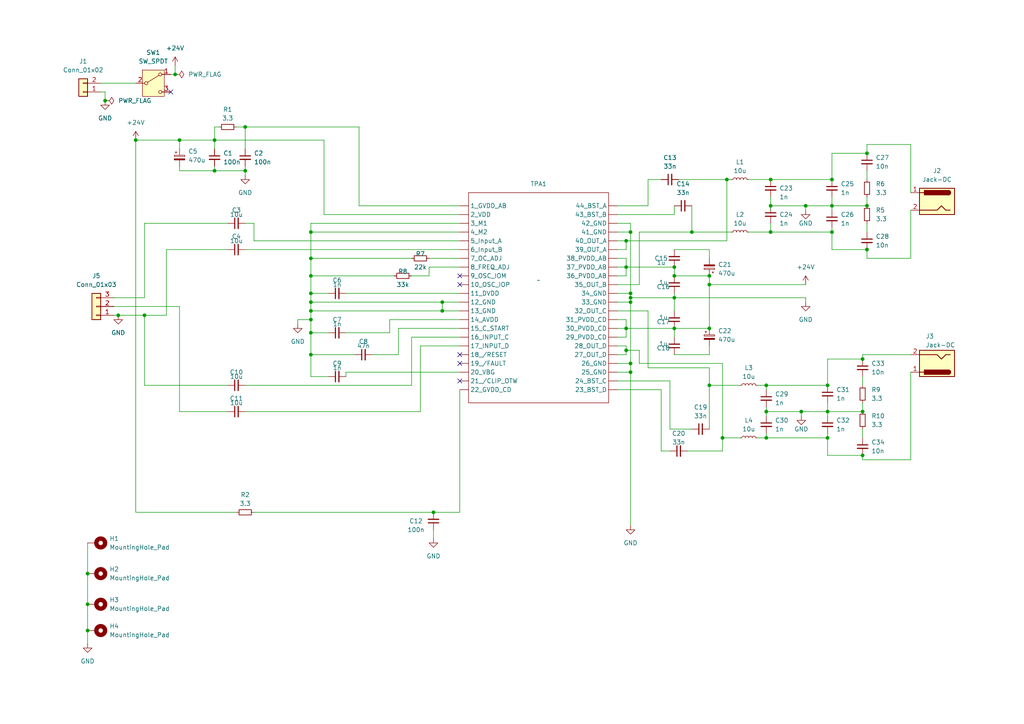
<source format=kicad_sch>
(kicad_sch (version 20250114) (generator "eeschema") (generator_version "9.0")
  (paper "A4")
  (title_block (title "Partie amplificateur") (company "ENSEA") (comment 1 "CAILLAUD Paul"))
  (lib_symbols
    (symbol "+24V_1" (power) (pin_numbers (hide yes)) (pin_names (offset 0) (hide yes))
      (property "Value" "+24V" (at 0 3.556 0))
      (symbol "+24V_1_0_1"
        (polyline (pts (xy -0.762 1.27) (xy 0 2.54)))
        (polyline (pts (xy 0 2.54) (xy 0.762 1.27)))
        (polyline (pts (xy 0 0) (xy 0 2.54)))
      )
      (symbol "+24V_1_1_1"
        (pin power_in line (at 0 0 90) (length 0) (name "~") (number "1"))
      )
    )
    (symbol "Connector:Jack-DC" (pin_names (offset 1.016))
      (property "Reference" "J" (at 0 5.334 0))
      (property "Value" "Jack-DC" (at 0 -5.08 0))
      (symbol "Jack-DC_0_1"
        (rectangle (start -5.08 3.81) (end 5.08 -3.81) (stroke (width 0.254)) (fill (type background)))
        (polyline (pts (xy -3.81 -2.54) (xy -2.54 -2.54) (xy -1.27 -1.27) (xy 0 -2.54) (xy 2.54 -2.54) (xy 5.08 -2.54)) (stroke (width 0.254)))
        (arc (start -3.302 1.905) (mid -3.9343 2.54) (end -3.302 3.175) (stroke (width 0.254)))
        (arc (start -3.302 1.905) (mid -3.9343 2.54) (end -3.302 3.175) (stroke (width 0.254)) (fill (type outline)))
        (rectangle (start 3.683 3.175) (end -3.302 1.905) (stroke (width 0.254)) (fill (type outline)))
        (polyline (pts (xy 5.08 2.54) (xy 3.81 2.54)) (stroke (width 0.254)))
      )
      (symbol "Jack-DC_1_1"
        (pin passive line (at 7.62 2.54 180) (length 2.54) (name "~") (number "1"))
        (pin passive line (at 7.62 -2.54 180) (length 2.54) (name "~") (number "2"))
      )
    )
    (symbol "Connector_Generic:Conn_01x02" (pin_names (offset 1.016) (hide yes))
      (property "Reference" "J" (at 0 2.54 0))
      (property "Value" "Conn_01x02" (at 0 -5.08 0))
      (symbol "Conn_01x02_1_1"
        (rectangle (start -1.27 1.27) (end 1.27 -3.81) (stroke (width 0.254)) (fill (type background)))
        (rectangle (start -1.27 0.127) (end 0 -0.127) (stroke (width 0.1524)))
        (rectangle (start -1.27 -2.413) (end 0 -2.667) (stroke (width 0.1524)))
        (pin passive line (at -5.08 0 0) (length 3.81) (name "Pin_1") (number "1"))
        (pin passive line (at -5.08 -2.54 0) (length 3.81) (name "Pin_2") (number "2"))
      )
    )
    (symbol "Connector_Generic:Conn_01x03" (pin_names (offset 1.016) (hide yes))
      (property "Reference" "J" (at 0 5.08 0))
      (property "Value" "Conn_01x03" (at 0 -5.08 0))
      (symbol "Conn_01x03_1_1"
        (rectangle (start -1.27 3.81) (end 1.27 -3.81) (stroke (width 0.254)) (fill (type background)))
        (rectangle (start -1.27 2.667) (end 0 2.413) (stroke (width 0.1524)))
        (rectangle (start -1.27 0.127) (end 0 -0.127) (stroke (width 0.1524)))
        (rectangle (start -1.27 -2.413) (end 0 -2.667) (stroke (width 0.1524)))
        (pin passive line (at -5.08 2.54 0) (length 3.81) (name "Pin_1") (number "1"))
        (pin passive line (at -5.08 0 0) (length 3.81) (name "Pin_2") (number "2"))
        (pin passive line (at -5.08 -2.54 0) (length 3.81) (name "Pin_3") (number "3"))
      )
    )
    (symbol "Device:C_Polarized_Small" (pin_numbers (hide yes)) (pin_names (offset 0.254) (hide yes))
      (property "Reference" "C" (at 0.254 1.778 0))
      (property "Value" "C_Polarized_Small" (at 0.254 -2.032 0))
      (symbol "C_Polarized_Small_0_1"
        (rectangle (start -1.524 0.6858) (end 1.524 0.3048))
        (rectangle (start -1.524 -0.3048) (end 1.524 -0.6858) (fill (type outline)))
        (polyline (pts (xy -1.27 1.524) (xy -0.762 1.524)))
        (polyline (pts (xy -1.016 1.27) (xy -1.016 1.778)))
      )
      (symbol "C_Polarized_Small_1_1"
        (pin passive line (at 0 2.54 270) (length 1.8542) (name "~") (number "1"))
        (pin passive line (at 0 -2.54 90) (length 1.8542) (name "~") (number "2"))
      )
    )
    (symbol "Device:C_Small" (pin_numbers (hide yes)) (pin_names (offset 0.254) (hide yes))
      (property "Reference" "C" (at 0.254 1.778 0))
      (property "Value" "C_Small" (at 0.254 -2.032 0))
      (symbol "C_Small_0_1"
        (polyline (pts (xy -1.524 0.508) (xy 1.524 0.508)) (stroke (width 0.3048)))
        (polyline (pts (xy -1.524 -0.508) (xy 1.524 -0.508)) (stroke (width 0.3302)))
      )
      (symbol "C_Small_1_1"
        (pin passive line (at 0 2.54 270) (length 2.032) (name "~") (number "1"))
        (pin passive line (at 0 -2.54 90) (length 2.032) (name "~") (number "2"))
      )
    )
    (symbol "Device:L_Small" (pin_numbers (hide yes)) (pin_names (offset 0.254) (hide yes))
      (property "Reference" "L" (at 0.762 1.016 0))
      (property "Value" "L_Small" (at 0.762 -1.016 0))
      (symbol "L_Small_0_1"
        (arc (start 0 2.032) (mid 0.5058 1.524) (end 0 1.016))
        (arc (start 0 1.016) (mid 0.5058 0.508) (end 0 0))
        (arc (start 0 0) (mid 0.5058 -0.508) (end 0 -1.016))
        (arc (start 0 -1.016) (mid 0.5058 -1.524) (end 0 -2.032))
      )
      (symbol "L_Small_1_1"
        (pin passive line (at 0 2.54 270) (length 0.508) (name "~") (number "1"))
        (pin passive line (at 0 -2.54 90) (length 0.508) (name "~") (number "2"))
      )
    )
    (symbol "Device:R_Small" (pin_numbers (hide yes)) (pin_names (offset 0.254) (hide yes))
      (property "Reference" "R" (at 0.762 0.508 0))
      (property "Value" "R_Small" (at 0.762 -1.016 0))
      (symbol "R_Small_0_1"
        (rectangle (start -0.762 1.778) (end 0.762 -1.778) (stroke (width 0.2032)))
      )
      (symbol "R_Small_1_1"
        (pin passive line (at 0 2.54 270) (length 0.762) (name "~") (number "1"))
        (pin passive line (at 0 -2.54 90) (length 0.762) (name "~") (number "2"))
      )
    )
    (symbol "GND_1" (power) (pin_numbers (hide yes)) (pin_names (offset 0) (hide yes))
      (property "Value" "GND" (at 0 -3.81 0))
      (symbol "GND_1_0_1"
        (polyline (pts (xy 0 0) (xy 0 -1.27) (xy 1.27 -1.27) (xy 0 -2.54) (xy -1.27 -1.27) (xy 0 -1.27)))
      )
      (symbol "GND_1_1_1"
        (pin power_in line (at 0 0 270) (length 0) (name "~") (number "1"))
      )
    )
    (symbol "Maker:TPA3255"
      (property "Reference" "TPA3255" (at 0 0 0))
      (symbol "TPA3255_0_1"
        (rectangle (start -20.32 25.4) (end 20.32 -35.56))
      )
      (symbol "TPA3255_1_1"
        (pin passive line (at -22.86 21.59 0) (length 2.54) (name "1_GVDD_AB") (number ""))
        (pin passive line (at -22.86 19.05 0) (length 2.54) (name "2_VDD") (number ""))
        (pin passive line (at -22.86 16.51 0) (length 2.54) (name "3_M1") (number ""))
        (pin passive line (at -22.86 13.97 0) (length 2.54) (name "4_M2") (number ""))
        (pin passive line (at -22.86 11.43 0) (length 2.54) (name "5_Input_A") (number ""))
        (pin passive line (at -22.86 8.89 0) (length 2.54) (name "6_Input_B") (number ""))
        (pin passive line (at -22.86 6.35 0) (length 2.54) (name "7_OC_ADJ") (number ""))
        (pin passive line (at -22.86 3.81 0) (length 2.54) (name "8_FREQ_ADJ") (number ""))
        (pin passive line (at -22.86 1.27 0) (length 2.54) (name "9_OSC_IOM") (number ""))
        (pin passive line (at -22.86 -1.27 0) (length 2.54) (name "10_OSC_IOP") (number ""))
        (pin passive line (at -22.86 -3.81 0) (length 2.54) (name "11_DVDD") (number ""))
        (pin passive line (at -22.86 -6.35 0) (length 2.54) (name "12_GND") (number ""))
        (pin passive line (at -22.86 -8.89 0) (length 2.54) (name "13_GND") (number ""))
        (pin passive line (at -22.86 -11.43 0) (length 2.54) (name "14_AVDD") (number ""))
        (pin passive line (at -22.86 -13.97 0) (length 2.54) (name "15_C_START") (number ""))
        (pin passive line (at -22.86 -16.51 0) (length 2.54) (name "16_INPUT_C") (number ""))
        (pin passive line (at -22.86 -19.05 0) (length 2.54) (name "17_INPUT_D") (number ""))
        (pin passive line (at -22.86 -21.59 0) (length 2.54) (name "18_/RESET") (number ""))
        (pin passive line (at -22.86 -24.13 0) (length 2.54) (name "19_/FAULT") (number ""))
        (pin passive line (at -22.86 -26.67 0) (length 2.54) (name "20_VBG") (number ""))
        (pin passive line (at -22.86 -29.21 0) (length 2.54) (name "21_/CLIP_OTW") (number ""))
        (pin passive line (at -22.86 -31.75 0) (length 2.54) (name "22_GVDD_CD") (number ""))
        (pin passive line (at 22.86 21.59 180) (length 2.54) (name "44_BST_A") (number ""))
        (pin passive line (at 22.86 19.05 180) (length 2.54) (name "43_BST_B") (number ""))
        (pin passive line (at 22.86 16.51 180) (length 2.54) (name "42_GND") (number ""))
        (pin passive line (at 22.86 13.97 180) (length 2.54) (name "41_GND") (number ""))
        (pin passive line (at 22.86 11.43 180) (length 2.54) (name "40_OUT_A") (number ""))
        (pin passive line (at 22.86 8.89 180) (length 2.54) (name "39_OUT_A") (number ""))
        (pin passive line (at 22.86 6.35 180) (length 2.54) (name "38_PVDD_AB") (number ""))
        (pin passive line (at 22.86 3.81 180) (length 2.54) (name "37_PVDD_AB") (number ""))
        (pin passive line (at 22.86 1.27 180) (length 2.54) (name "36_PVDD_AB") (number ""))
        (pin passive line (at 22.86 -1.27 180) (length 2.54) (name "35_OUT_B") (number ""))
        (pin passive line (at 22.86 -3.81 180) (length 2.54) (name "34_GND") (number ""))
        (pin passive line (at 22.86 -6.35 180) (length 2.54) (name "33_GND") (number ""))
        (pin passive line (at 22.86 -8.89 180) (length 2.54) (name "32_OUT_C") (number ""))
        (pin passive line (at 22.86 -11.43 180) (length 2.54) (name "31_PVDD_CD") (number ""))
        (pin passive line (at 22.86 -13.97 180) (length 2.54) (name "30_PVDD_CD") (number ""))
        (pin passive line (at 22.86 -16.51 180) (length 2.54) (name "29_PVDD_CD") (number ""))
        (pin passive line (at 22.86 -19.05 180) (length 2.54) (name "28_OUT_D") (number ""))
        (pin passive line (at 22.86 -21.59 180) (length 2.54) (name "27_OUT_D") (number ""))
        (pin passive line (at 22.86 -24.13 180) (length 2.54) (name "26_GND") (number ""))
        (pin passive line (at 22.86 -26.67 180) (length 2.54) (name "25_GND") (number ""))
        (pin passive line (at 22.86 -29.21 180) (length 2.54) (name "24_BST_C") (number ""))
        (pin passive line (at 22.86 -31.75 180) (length 2.54) (name "23_BST_D") (number ""))
      )
    )
    (symbol "Mechanical:MountingHole_Pad" (pin_numbers (hide yes)) (pin_names (offset 1.016) (hide yes))
      (property "Reference" "H" (at 0 6.35 0))
      (property "Value" "MountingHole_Pad" (at 0 4.445 0))
      (symbol "MountingHole_Pad_0_1"
        (circle (center 0 1.27) (radius 1.27) (stroke (width 1.27)))
      )
      (symbol "MountingHole_Pad_1_1"
        (pin input line (at 0 -2.54 90) (length 2.54) (name "1") (number "1"))
      )
    )
    (symbol "Switch:SW_SPDT" (pin_names (offset 0) (hide yes))
      (property "Reference" "SW" (at 0 5.08 0))
      (property "Value" "SW_SPDT" (at 0 -5.08 0))
      (symbol "SW_SPDT_0_1"
        (circle (center -2.032 0) (radius 0.4572))
        (polyline (pts (xy -1.651 0.254) (xy 1.651 2.286)))
        (circle (center 2.032 2.54) (radius 0.4572))
        (circle (center 2.032 -2.54) (radius 0.4572))
      )
      (symbol "SW_SPDT_1_1"
        (rectangle (start -3.175 3.81) (end 3.175 -3.81) (fill (type background)))
        (pin passive line (at -5.08 0 0) (length 2.54) (name "B") (number "2"))
        (pin passive line (at 5.08 2.54 180) (length 2.54) (name "A") (number "1"))
        (pin passive line (at 5.08 -2.54 180) (length 2.54) (name "C") (number "3"))
      )
    )
    (symbol "power:+24V" (power) (pin_names (offset 0))
      (property "Value" "+24V" (at 0 3.556 0))
      (symbol "+24V_0_1"
        (polyline (pts (xy -0.762 1.27) (xy 0 2.54)))
        (polyline (pts (xy 0 2.54) (xy 0.762 1.27)))
        (polyline (pts (xy 0 0) (xy 0 2.54)))
      )
      (symbol "+24V_1_1"
        (pin power_in line (at 0 0 90) (length 0) (hide yes) (name "+24V") (number "1"))
      )
    )
    (symbol "power:GND" (power) (pin_names (offset 0))
      (property "Value" "GND" (at 0 -3.81 0))
      (symbol "GND_0_1"
        (polyline (pts (xy 0 0) (xy 0 -1.27) (xy 1.27 -1.27) (xy 0 -2.54) (xy -1.27 -1.27) (xy 0 -1.27)))
      )
      (symbol "GND_1_1"
        (pin power_in line (at 0 0 270) (length 0) (hide yes) (name "GND") (number "1"))
      )
    )
    (symbol "power:PWR_FLAG" (power) (pin_numbers (hide yes)) (pin_names (offset 0) (hide yes))
      (property "Value" "PWR_FLAG" (at 0 3.81 0))
      (symbol "PWR_FLAG_0_0"
        (pin power_out line (at 0 0 90) (length 0) (name "pwr") (number "1"))
      )
      (symbol "PWR_FLAG_0_1"
        (polyline (pts (xy 0 0) (xy 0 1.27) (xy -1.016 1.905) (xy 0 2.54) (xy 1.016 1.905) (xy 0 1.27)))
      )
    )
  )
  (junction (at 90.17 85.09))
  (junction (at 182.88 105.41))
  (junction (at 233.68 59.69))
  (junction (at 71.12 36.83))
  (junction (at 251.46 59.69))
  (junction (at 182.88 85.09))
  (junction (at 250.19 119.38))
  (junction (at 181.61 101.6))
  (junction (at 41.91 91.44))
  (junction (at 205.74 82.55))
  (junction (at 39.37 40.64))
  (junction (at 62.23 49.53))
  (junction (at 125.73 148.59))
  (junction (at 205.74 111.76))
  (junction (at 182.88 86.36))
  (junction (at 251.46 44.45))
  (junction (at 90.17 102.87))
  (junction (at 232.41 119.38))
  (junction (at 25.4 182.88))
  (junction (at 241.3 59.69))
  (junction (at 25.4 175.26))
  (junction (at 195.58 77.47))
  (junction (at 50.8 21.59))
  (junction (at 182.88 67.31))
  (junction (at 128.27 87.63))
  (junction (at 195.58 80.01))
  (junction (at 240.03 127))
  (junction (at 128.27 90.17))
  (junction (at 205.74 95.25))
  (junction (at 181.61 77.47))
  (junction (at 182.88 87.63))
  (junction (at 210.82 52.07))
  (junction (at 223.52 67.31))
  (junction (at 181.61 69.85))
  (junction (at 90.17 80.01))
  (junction (at 250.19 104.14))
  (junction (at 250.19 132.08))
  (junction (at 90.17 90.17))
  (junction (at 222.25 127))
  (junction (at 30.48 29.21))
  (junction (at 90.17 92.71))
  (junction (at 240.03 119.38))
  (junction (at 223.52 52.07))
  (junction (at 90.17 96.52))
  (junction (at 222.25 111.76))
  (junction (at 25.4 166.37))
  (junction (at 182.88 107.95))
  (junction (at 34.29 91.44))
  (junction (at 195.58 95.25))
  (junction (at 209.55 127))
  (junction (at 241.3 67.31))
  (junction (at 222.25 119.38))
  (junction (at 181.61 95.25))
  (junction (at 195.58 86.36))
  (junction (at 205.74 80.01))
  (junction (at 241.3 52.07))
  (junction (at 90.17 74.93))
  (junction (at 90.17 67.31))
  (junction (at 62.23 40.64))
  (junction (at 52.07 40.64))
  (junction (at 200.66 67.31))
  (junction (at 90.17 87.63))
  (junction (at 71.12 49.53))
  (junction (at 240.03 111.76))
  (junction (at 223.52 59.69))
  (junction (at 251.46 72.39))
  (no_connect (at 133.35 80.01))
  (no_connect (at 133.35 82.55))
  (no_connect (at 133.35 105.41))
  (no_connect (at 49.53 26.67))
  (no_connect (at 133.35 102.87))
  (no_connect (at 133.35 110.49))
  (wire (pts (xy 179.07 105.41) (xy 182.88 105.41)))
  (wire (pts (xy 251.46 72.39) (xy 241.3 72.39)))
  (wire (pts (xy 209.55 127) (xy 214.63 127)))
  (wire (pts (xy 93.98 40.64) (xy 62.23 40.64)))
  (wire (pts (xy 34.29 91.44) (xy 41.91 91.44)))
  (wire (pts (xy 194.31 124.46) (xy 200.66 124.46)))
  (wire (pts (xy 181.61 101.6) (xy 181.61 102.87)))
  (wire (pts (xy 251.46 49.53) (xy 251.46 52.07)))
  (wire (pts (xy 62.23 49.53) (xy 71.12 49.53)))
  (wire (pts (xy 179.07 110.49) (xy 194.31 110.49)))
  (wire (pts (xy 73.66 64.77) (xy 71.12 64.77)))
  (wire (pts (xy 185.42 82.55) (xy 185.42 67.31)))
  (wire (pts (xy 233.68 59.69) (xy 241.3 59.69)))
  (wire (pts (xy 179.07 113.03) (xy 191.77 113.03)))
  (wire (pts (xy 264.16 41.91) (xy 251.46 41.91)))
  (wire (pts (xy 179.07 80.01) (xy 181.61 80.01)))
  (wire (pts (xy 240.03 119.38) (xy 240.03 120.65)))
  (wire (pts (xy 223.52 57.15) (xy 223.52 59.69)))
  (wire (pts (xy 195.58 80.01) (xy 205.74 80.01)))
  (wire (pts (xy 90.17 90.17) (xy 90.17 92.71)))
  (wire (pts (xy 223.52 64.77) (xy 223.52 67.31)))
  (wire (pts (xy 179.07 69.85) (xy 181.61 69.85)))
  (wire (pts (xy 195.58 86.36) (xy 233.68 86.36)))
  (wire (pts (xy 241.3 57.15) (xy 241.3 59.69)))
  (wire (pts (xy 241.3 66.04) (xy 241.3 67.31)))
  (wire (pts (xy 179.07 92.71) (xy 181.61 92.71)))
  (wire (pts (xy 217.17 67.31) (xy 223.52 67.31)))
  (wire (pts (xy 71.12 48.26) (xy 71.12 49.53)))
  (wire (pts (xy 90.17 67.31) (xy 90.17 74.93)))
  (wire (pts (xy 205.74 106.68) (xy 187.96 106.68)))
  (wire (pts (xy 240.03 104.14) (xy 240.03 111.76)))
  (wire (pts (xy 222.25 118.11) (xy 222.25 119.38)))
  (wire (pts (xy 62.23 36.83) (xy 63.5 36.83)))
  (wire (pts (xy 179.07 72.39) (xy 181.61 72.39)))
  (wire (pts (xy 95.25 85.09) (xy 90.17 85.09)))
  (wire (pts (xy 30.48 26.67) (xy 30.48 29.21)))
  (wire (pts (xy 181.61 95.25) (xy 181.61 97.79)))
  (wire (pts (xy 133.35 62.23) (xy 93.98 62.23)))
  (wire (pts (xy 187.96 59.69) (xy 187.96 52.07)))
  (wire (pts (xy 48.26 91.44) (xy 41.91 91.44)))
  (wire (pts (xy 179.07 59.69) (xy 187.96 59.69)))
  (wire (pts (xy 185.42 105.41) (xy 185.42 101.6)))
  (wire (pts (xy 182.88 86.36) (xy 182.88 87.63)))
  (wire (pts (xy 195.58 102.87) (xy 205.74 102.87)))
  (wire (pts (xy 195.58 95.25) (xy 195.58 97.79)))
  (wire (pts (xy 205.74 72.39) (xy 195.58 72.39)))
  (wire (pts (xy 90.17 64.77) (xy 133.35 64.77)))
  (wire (pts (xy 128.27 90.17) (xy 133.35 90.17)))
  (wire (pts (xy 179.07 87.63) (xy 182.88 87.63)))
  (wire (pts (xy 29.21 26.67) (xy 30.48 26.67)))
  (wire (pts (xy 209.55 130.81) (xy 209.55 127)))
  (wire (pts (xy 181.61 97.79) (xy 179.07 97.79)))
  (wire (pts (xy 90.17 96.52) (xy 95.25 96.52)))
  (wire (pts (xy 29.21 24.13) (xy 39.37 24.13)))
  (wire (pts (xy 179.07 74.93) (xy 181.61 74.93)))
  (wire (pts (xy 251.46 57.15) (xy 251.46 59.69)))
  (wire (pts (xy 66.04 72.39) (xy 48.26 72.39)))
  (wire (pts (xy 128.27 87.63) (xy 133.35 87.63)))
  (wire (pts (xy 205.74 80.01) (xy 205.74 82.55)))
  (wire (pts (xy 241.3 67.31) (xy 223.52 67.31)))
  (wire (pts (xy 121.92 100.33) (xy 121.92 119.38)))
  (wire (pts (xy 124.46 80.01) (xy 119.38 80.01)))
  (wire (pts (xy 200.66 67.31) (xy 212.09 67.31)))
  (wire (pts (xy 125.73 153.67) (xy 125.73 156.21)))
  (wire (pts (xy 241.3 72.39) (xy 241.3 67.31)))
  (wire (pts (xy 181.61 77.47) (xy 179.07 77.47)))
  (wire (pts (xy 250.19 116.84) (xy 250.19 119.38)))
  (wire (pts (xy 250.19 102.87) (xy 250.19 104.14)))
  (wire (pts (xy 209.55 105.41) (xy 209.55 127)))
  (wire (pts (xy 185.42 67.31) (xy 200.66 67.31)))
  (wire (pts (xy 194.31 110.49) (xy 194.31 124.46)))
  (wire (pts (xy 200.66 59.69) (xy 200.66 67.31)))
  (wire (pts (xy 182.88 67.31) (xy 182.88 85.09)))
  (wire (pts (xy 133.35 97.79) (xy 119.38 97.79)))
  (wire (pts (xy 241.3 52.07) (xy 223.52 52.07)))
  (wire (pts (xy 90.17 87.63) (xy 90.17 90.17)))
  (wire (pts (xy 250.19 104.14) (xy 240.03 104.14)))
  (wire (pts (xy 71.12 36.83) (xy 68.58 36.83)))
  (wire (pts (xy 240.03 116.84) (xy 240.03 119.38)))
  (wire (pts (xy 182.88 105.41) (xy 182.88 107.95)))
  (wire (pts (xy 195.58 86.36) (xy 195.58 90.17)))
  (wire (pts (xy 179.07 67.31) (xy 182.88 67.31)))
  (wire (pts (xy 195.58 85.09) (xy 195.58 86.36)))
  (wire (pts (xy 113.03 96.52) (xy 113.03 92.71)))
  (wire (pts (xy 182.88 107.95) (xy 179.07 107.95)))
  (wire (pts (xy 181.61 95.25) (xy 195.58 95.25)))
  (wire (pts (xy 90.17 80.01) (xy 114.3 80.01)))
  (wire (pts (xy 233.68 59.69) (xy 223.52 59.69)))
  (wire (pts (xy 73.66 69.85) (xy 73.66 64.77)))
  (wire (pts (xy 52.07 40.64) (xy 62.23 40.64)))
  (wire (pts (xy 181.61 77.47) (xy 195.58 77.47)))
  (wire (pts (xy 93.98 62.23) (xy 93.98 40.64)))
  (wire (pts (xy 217.17 52.07) (xy 223.52 52.07)))
  (wire (pts (xy 133.35 59.69) (xy 104.14 59.69)))
  (wire (pts (xy 233.68 86.36) (xy 233.68 87.63)))
  (wire (pts (xy 86.36 92.71) (xy 90.17 92.71)))
  (wire (pts (xy 251.46 74.93) (xy 251.46 72.39)))
  (wire (pts (xy 223.52 60.96) (xy 223.52 59.69)))
  (wire (pts (xy 179.07 85.09) (xy 182.88 85.09)))
  (wire (pts (xy 240.03 125.73) (xy 240.03 127)))
  (wire (pts (xy 205.74 124.46) (xy 205.74 111.76)))
  (wire (pts (xy 133.35 72.39) (xy 71.12 72.39)))
  (wire (pts (xy 133.35 77.47) (xy 124.46 77.47)))
  (wire (pts (xy 219.71 111.76) (xy 222.25 111.76)))
  (wire (pts (xy 264.16 102.87) (xy 250.19 102.87)))
  (wire (pts (xy 187.96 52.07) (xy 191.77 52.07)))
  (wire (pts (xy 250.19 109.22) (xy 250.19 111.76)))
  (wire (pts (xy 182.88 85.09) (xy 182.88 86.36)))
  (wire (pts (xy 71.12 43.18) (xy 71.12 36.83)))
  (wire (pts (xy 264.16 60.96) (xy 264.16 74.93)))
  (wire (pts (xy 52.07 48.26) (xy 52.07 49.53)))
  (wire (pts (xy 205.74 82.55) (xy 233.68 82.55)))
  (wire (pts (xy 133.35 85.09) (xy 100.33 85.09)))
  (wire (pts (xy 33.02 91.44) (xy 34.29 91.44)))
  (wire (pts (xy 90.17 102.87) (xy 102.87 102.87)))
  (wire (pts (xy 90.17 64.77) (xy 90.17 67.31)))
  (wire (pts (xy 240.03 111.76) (xy 222.25 111.76)))
  (wire (pts (xy 52.07 88.9) (xy 52.07 119.38)))
  (wire (pts (xy 182.88 87.63) (xy 182.88 105.41)))
  (wire (pts (xy 181.61 74.93) (xy 181.61 77.47)))
  (wire (pts (xy 232.41 119.38) (xy 222.25 119.38)))
  (wire (pts (xy 100.33 96.52) (xy 113.03 96.52)))
  (wire (pts (xy 52.07 49.53) (xy 62.23 49.53)))
  (wire (pts (xy 191.77 113.03) (xy 191.77 130.81)))
  (wire (pts (xy 128.27 87.63) (xy 128.27 90.17)))
  (wire (pts (xy 66.04 111.76) (xy 41.91 111.76)))
  (wire (pts (xy 41.91 91.44) (xy 41.91 111.76)))
  (wire (pts (xy 62.23 40.64) (xy 62.23 36.83)))
  (wire (pts (xy 240.03 132.08) (xy 240.03 127)))
  (wire (pts (xy 181.61 92.71) (xy 181.61 95.25)))
  (wire (pts (xy 25.4 182.88) (xy 25.4 186.69)))
  (wire (pts (xy 241.3 44.45) (xy 241.3 52.07)))
  (wire (pts (xy 119.38 74.93) (xy 90.17 74.93)))
  (wire (pts (xy 119.38 97.79) (xy 119.38 111.76)))
  (wire (pts (xy 179.07 62.23) (xy 195.58 62.23)))
  (wire (pts (xy 68.58 148.59) (xy 39.37 148.59)))
  (wire (pts (xy 179.07 100.33) (xy 181.61 100.33)))
  (wire (pts (xy 124.46 77.47) (xy 124.46 80.01)))
  (wire (pts (xy 181.61 72.39) (xy 181.61 69.85)))
  (wire (pts (xy 95.25 109.22) (xy 90.17 109.22)))
  (wire (pts (xy 90.17 74.93) (xy 90.17 80.01)))
  (wire (pts (xy 66.04 119.38) (xy 52.07 119.38)))
  (wire (pts (xy 187.96 90.17) (xy 179.07 90.17)))
  (wire (pts (xy 191.77 130.81) (xy 194.31 130.81)))
  (wire (pts (xy 219.71 127) (xy 222.25 127)))
  (wire (pts (xy 25.4 157.48) (xy 25.4 166.37)))
  (wire (pts (xy 104.14 59.69) (xy 104.14 36.83)))
  (wire (pts (xy 100.33 107.95) (xy 100.33 109.22)))
  (wire (pts (xy 133.35 69.85) (xy 73.66 69.85)))
  (wire (pts (xy 39.37 148.59) (xy 39.37 40.64)))
  (wire (pts (xy 195.58 62.23) (xy 195.58 59.69)))
  (wire (pts (xy 181.61 80.01) (xy 181.61 77.47)))
  (wire (pts (xy 199.39 130.81) (xy 209.55 130.81)))
  (wire (pts (xy 251.46 44.45) (xy 241.3 44.45)))
  (wire (pts (xy 182.88 64.77) (xy 182.88 67.31)))
  (wire (pts (xy 182.88 86.36) (xy 195.58 86.36)))
  (wire (pts (xy 62.23 43.18) (xy 62.23 40.64)))
  (wire (pts (xy 125.73 148.59) (xy 73.66 148.59)))
  (wire (pts (xy 39.37 40.64) (xy 52.07 40.64)))
  (wire (pts (xy 210.82 69.85) (xy 210.82 52.07)))
  (wire (pts (xy 90.17 87.63) (xy 128.27 87.63)))
  (wire (pts (xy 241.3 59.69) (xy 241.3 60.96)))
  (wire (pts (xy 233.68 60.96) (xy 233.68 59.69)))
  (wire (pts (xy 133.35 113.03) (xy 133.35 148.59)))
  (wire (pts (xy 222.25 119.38) (xy 222.25 120.65)))
  (wire (pts (xy 48.26 72.39) (xy 48.26 91.44)))
  (wire (pts (xy 222.25 111.76) (xy 222.25 113.03)))
  (wire (pts (xy 90.17 90.17) (xy 128.27 90.17)))
  (wire (pts (xy 264.16 107.95) (xy 264.16 133.35)))
  (wire (pts (xy 209.55 105.41) (xy 185.42 105.41)))
  (wire (pts (xy 121.92 119.38) (xy 71.12 119.38)))
  (wire (pts (xy 133.35 107.95) (xy 100.33 107.95)))
  (wire (pts (xy 264.16 133.35) (xy 250.19 133.35)))
  (wire (pts (xy 25.4 175.26) (xy 25.4 182.88)))
  (wire (pts (xy 182.88 152.4) (xy 182.88 107.95)))
  (wire (pts (xy 181.61 69.85) (xy 210.82 69.85)))
  (wire (pts (xy 232.41 120.65) (xy 232.41 119.38)))
  (wire (pts (xy 119.38 111.76) (xy 71.12 111.76)))
  (wire (pts (xy 33.02 88.9) (xy 52.07 88.9)))
  (wire (pts (xy 41.91 64.77) (xy 41.91 86.36)))
  (wire (pts (xy 264.16 55.88) (xy 264.16 41.91)))
  (wire (pts (xy 115.57 95.25) (xy 115.57 102.87)))
  (wire (pts (xy 222.25 125.73) (xy 222.25 127)))
  (wire (pts (xy 90.17 80.01) (xy 90.17 85.09)))
  (wire (pts (xy 264.16 74.93) (xy 251.46 74.93)))
  (wire (pts (xy 133.35 100.33) (xy 121.92 100.33)))
  (wire (pts (xy 240.03 119.38) (xy 250.19 119.38)))
  (wire (pts (xy 133.35 95.25) (xy 115.57 95.25)))
  (wire (pts (xy 50.8 21.59) (xy 50.8 19.05)))
  (wire (pts (xy 90.17 85.09) (xy 90.17 87.63)))
  (wire (pts (xy 90.17 102.87) (xy 90.17 96.52)))
  (wire (pts (xy 210.82 52.07) (xy 196.85 52.07)))
  (wire (pts (xy 250.19 133.35) (xy 250.19 132.08)))
  (wire (pts (xy 90.17 92.71) (xy 90.17 96.52)))
  (wire (pts (xy 181.61 102.87) (xy 179.07 102.87)))
  (wire (pts (xy 90.17 109.22) (xy 90.17 102.87)))
  (wire (pts (xy 205.74 102.87) (xy 205.74 100.33)))
  (wire (pts (xy 232.41 119.38) (xy 240.03 119.38)))
  (wire (pts (xy 250.19 124.46) (xy 250.19 127)))
  (wire (pts (xy 205.74 82.55) (xy 205.74 95.25)))
  (wire (pts (xy 52.07 43.18) (xy 52.07 40.64)))
  (wire (pts (xy 179.07 82.55) (xy 185.42 82.55)))
  (wire (pts (xy 185.42 101.6) (xy 181.61 101.6)))
  (wire (pts (xy 205.74 111.76) (xy 205.74 106.68)))
  (wire (pts (xy 240.03 127) (xy 222.25 127)))
  (wire (pts (xy 250.19 132.08) (xy 240.03 132.08)))
  (wire (pts (xy 195.58 77.47) (xy 195.58 80.01)))
  (wire (pts (xy 71.12 49.53) (xy 71.12 50.8)))
  (wire (pts (xy 212.09 52.07) (xy 210.82 52.07)))
  (wire (pts (xy 179.07 64.77) (xy 182.88 64.77)))
  (wire (pts (xy 25.4 166.37) (xy 25.4 175.26)))
  (wire (pts (xy 205.74 111.76) (xy 214.63 111.76)))
  (wire (pts (xy 104.14 36.83) (xy 71.12 36.83)))
  (wire (pts (xy 90.17 67.31) (xy 133.35 67.31)))
  (wire (pts (xy 41.91 86.36) (xy 33.02 86.36)))
  (wire (pts (xy 62.23 48.26) (xy 62.23 49.53)))
  (wire (pts (xy 195.58 95.25) (xy 205.74 95.25)))
  (wire (pts (xy 49.53 21.59) (xy 50.8 21.59)))
  (wire (pts (xy 86.36 93.98) (xy 86.36 92.71)))
  (wire (pts (xy 181.61 100.33) (xy 181.61 101.6)))
  (wire (pts (xy 179.07 95.25) (xy 181.61 95.25)))
  (wire (pts (xy 251.46 64.77) (xy 251.46 67.31)))
  (wire (pts (xy 187.96 106.68) (xy 187.96 90.17)))
  (wire (pts (xy 124.46 74.93) (xy 133.35 74.93)))
  (wire (pts (xy 115.57 102.87) (xy 107.95 102.87)))
  (wire (pts (xy 205.74 74.93) (xy 205.74 72.39)))
  (wire (pts (xy 66.04 64.77) (xy 41.91 64.77)))
  (wire (pts (xy 133.35 148.59) (xy 125.73 148.59)))
  (wire (pts (xy 251.46 41.91) (xy 251.46 44.45)))
  (wire (pts (xy 241.3 59.69) (xy 251.46 59.69)))
  (wire (pts (xy 133.35 92.71) (xy 113.03 92.71)))
  (symbol (lib_id "power:GND") (at 125.73 156.21 0) (unit 1)
    (property "Reference" "#PWR04" (effects (hide yes)))
    (property "Value" "GND" (at 125.73 161.29 0))
  )
  (symbol (lib_id "Device:C_Small") (at 223.52 54.61 0) (unit 1)
    (property "Reference" "C23" (at 226.06 54.6163 0) (effects (justify left)))
    (property "Value" "1n" (at 226.06 57.1563 0) (effects (justify left)))
    (property "Footprint" "Capacitor_SMD:C_0603_1608Metric" (effects (hide yes)))
  )
  (symbol (lib_id "Device:C_Small") (at 71.12 45.72 0) (unit 1)
    (property "Reference" "C2" (at 73.66 44.4563 0) (effects (justify left)))
    (property "Value" "100n" (at 73.66 46.9963 0) (effects (justify left)))
    (property "Footprint" "Capacitor_SMD:C_0603_1608Metric" (effects (hide yes)))
  )
  (symbol (lib_id "Device:C_Small") (at 250.19 129.54 0) (unit 1)
    (property "Reference" "C34" (at 252.73 128.2763 0) (effects (justify left)))
    (property "Value" "10n" (at 252.73 130.8163 0) (effects (justify left)))
    (property "Footprint" "Capacitor_SMD:C_0603_1608Metric" (effects (hide yes)))
  )
  (symbol (lib_id "power:GND") (at 86.36 93.98 0) (unit 1)
    (property "Reference" "#PWR03" (effects (hide yes)))
    (property "Value" "GND" (at 86.36 99.06 0))
  )
  (symbol (lib_id "Device:L_Small") (at 214.63 52.07 90) (unit 1)
    (property "Reference" "L1" (at 214.63 46.99 90))
    (property "Value" "10u" (at 214.63 49.53 90))
    (property "Footprint" "Inductor_SMD:L_1206_3216Metric" (effects (hide yes)))
  )
  (symbol (lib_id "Connector_Generic:Conn_01x02") (at 24.13 26.67 180) (unit 1)
    (property "Reference" "J1" (at 24.13 17.78 0))
    (property "Value" "Conn_01x02" (at 24.13 20.32 0))
    (property "Footprint" "Connector_AMASS:AMASS_XT60-M_1x02_P7.20mm_Vertical" (effects (hide yes)))
  )
  (symbol (lib_id "Device:C_Small") (at 195.58 100.33 180) (unit 1)
    (property "Reference" "C18" (at 192.405 100.965 0))
    (property "Value" "1u" (at 192.405 99.695 0))
    (property "Footprint" "Capacitor_SMD:C_0603_1608Metric" (effects (hide yes)))
  )
  (symbol (lib_id "power:GND") (at 232.41 120.65 0) (unit 1)
    (property "Reference" "#PWR08" (effects (hide yes)))
    (property "Value" "GND" (at 232.41 124.46 0))
  )
  (symbol (lib_name "+24V_1") (lib_id "power:+24V") (at 233.68 82.55 0) (unit 1)
    (property "Reference" "#PWR011" (effects (hide yes)))
    (property "Value" "+24V" (at 233.68 77.47 0))
    (property "Description" "Power symbol creates a global label with name \"+24V\"" (effects (hide yes)))
  )
  (symbol (lib_id "Device:C_Small") (at 241.3 54.61 0) (unit 1)
    (property "Reference" "C25" (at 243.84 53.3463 0) (effects (justify left)))
    (property "Value" "1n" (at 243.84 55.8863 0) (effects (justify left)))
    (property "Footprint" "Capacitor_SMD:C_0603_1608Metric" (effects (hide yes)))
  )
  (symbol (lib_id "Device:C_Small") (at 203.2 124.46 90) (unit 1)
    (property "Reference" "C19" (at 203.2063 118.11 90))
    (property "Value" "33n" (at 203.2063 120.65 90))
    (property "Footprint" "Capacitor_SMD:C_0603_1608Metric" (effects (hide yes)))
  )
  (symbol (lib_id "Device:C_Small") (at 195.58 74.93 180) (unit 1)
    (property "Reference" "C15" (at 191.77 74.93 0))
    (property "Value" "1u" (at 191.77 76.2 0))
    (property "Footprint" "Capacitor_SMD:C_0603_1608Metric" (effects (hide yes)))
  )
  (symbol (lib_id "Device:C_Small") (at 196.85 130.81 90) (unit 1)
    (property "Reference" "C20" (at 196.85 125.73 90))
    (property "Value" "33n" (at 196.85 128.27 90))
    (property "Footprint" "Capacitor_SMD:C_0603_1608Metric" (effects (hide yes)))
  )
  (symbol (lib_id "power:GND") (at 182.88 152.4 0) (unit 1)
    (property "Reference" "#PWR05" (effects (hide yes)))
    (property "Value" "GND" (at 182.88 157.48 0))
  )
  (symbol (lib_id "Device:C_Small") (at 68.58 111.76 90) (unit 1)
    (property "Reference" "C10" (at 68.58 107.95 90))
    (property "Value" "10u" (at 68.58 109.22 90))
    (property "Footprint" "Capacitor_SMD:C_0603_1608Metric" (effects (hide yes)))
  )
  (symbol (lib_id "Device:R_Small") (at 71.12 148.59 90) (unit 1)
    (property "Reference" "R2" (at 71.12 143.51 90))
    (property "Value" "3.3" (at 71.12 146.05 90))
    (property "Footprint" "Resistor_SMD:R_0603_1608Metric" (effects (hide yes)))
  )
  (symbol (lib_id "power:PWR_FLAG") (at 50.8 21.59 270) (unit 1)
    (property "Reference" "#FLG02" (effects (hide yes)))
    (property "Value" "PWR_FLAG" (at 54.61 21.59 90) (effects (justify left)))
  )
  (symbol (lib_id "Mechanical:MountingHole_Pad") (at 27.94 166.37 270) (unit 1)
    (property "Reference" "H2" (at 31.75 165.1 90) (effects (justify left)))
    (property "Value" "MountingHole_Pad" (at 31.75 167.64 90) (effects (justify left)))
    (property "Footprint" "MountingHole:MountingHole_3.2mm_M3_Pad_Via" (effects (hide yes)))
  )
  (symbol (lib_id "power:+24V") (at 39.37 40.64 0) (unit 1)
    (property "Reference" "#PWR010" (effects (hide yes)))
    (property "Value" "+24V" (at 39.37 35.56 0))
  )
  (symbol (lib_id "Device:R_Small") (at 121.92 74.93 90) (unit 1)
    (property "Reference" "R7" (at 121.92 73.66 90))
    (property "Value" "22k" (at 121.92 77.47 90))
    (property "Footprint" "Resistor_SMD:R_0805_2012Metric" (effects (hide yes)))
  )
  (symbol (lib_id "Device:C_Small") (at 223.52 62.23 0) (unit 1)
    (property "Reference" "C24" (at 226.06 62.2363 0) (effects (justify left)))
    (property "Value" "1n" (at 226.06 64.7763 0) (effects (justify left)))
    (property "Footprint" "Capacitor_SMD:C_0603_1608Metric" (effects (hide yes)))
  )
  (symbol (lib_id "Connector:Jack-DC") (at 271.78 58.42 0) (mirror y) (unit 1)
    (property "Reference" "J2" (at 271.78 49.53 0))
    (property "Value" "Jack-DC" (at 271.78 52.07 0))
    (property "Footprint" "Library:CONN_NRJ4HF-1_NTK" (effects (hide yes)))
    (property "Description" "DC Barrel Jack" (effects (hide yes)))
  )
  (symbol (lib_id "Device:R_Small") (at 250.19 114.3 0) (unit 1)
    (property "Reference" "R9" (at 252.73 113.03 0) (effects (justify left)))
    (property "Value" "3.3" (at 252.73 115.57 0) (effects (justify left)))
    (property "Footprint" "Resistor_SMD:R_0603_1608Metric" (effects (hide yes)))
  )
  (symbol (lib_id "Device:C_Small") (at 195.58 92.71 180) (unit 1)
    (property "Reference" "C17" (at 192.405 93.345 0))
    (property "Value" "1u" (at 192.405 92.075 0))
    (property "Footprint" "Capacitor_SMD:C_0603_1608Metric" (effects (hide yes)))
  )
  (symbol (lib_id "Device:C_Small") (at 125.73 151.13 180) (unit 1)
    (property "Reference" "C12" (at 120.65 151.13 0))
    (property "Value" "100n" (at 120.65 153.67 0))
    (property "Footprint" "Capacitor_SMD:C_0603_1608Metric" (effects (hide yes)))
  )
  (symbol (lib_id "Device:C_Small") (at 195.58 82.55 180) (unit 1)
    (property "Reference" "C16" (at 192.405 83.185 0))
    (property "Value" "1u" (at 192.405 81.915 0))
    (property "Footprint" "Capacitor_SMD:C_0603_1608Metric" (effects (hide yes)))
  )
  (symbol (lib_id "Device:C_Small") (at 241.3 63.5 0) (unit 1)
    (property "Reference" "C26" (at 243.84 62.2363 0) (effects (justify left)))
    (property "Value" "1n" (at 243.84 64.7763 0) (effects (justify left)))
    (property "Footprint" "Capacitor_SMD:C_0603_1608Metric" (effects (hide yes)))
  )
  (symbol (lib_id "Device:C_Polarized_Small") (at 52.07 45.72 0) (unit 1)
    (property "Reference" "C5" (at 54.61 43.9039 0) (effects (justify left)))
    (property "Value" "470u" (at 54.61 46.4439 0) (effects (justify left)))
    (property "Footprint" "Capacitor_SMD:C_0805_2012Metric" (effects (hide yes)))
  )
  (symbol (lib_id "Device:C_Small") (at 222.25 123.19 0) (unit 1)
    (property "Reference" "C30" (at 224.79 121.9263 0) (effects (justify left)))
    (property "Value" "1n" (at 224.79 124.4663 0) (effects (justify left)))
    (property "Footprint" "Capacitor_SMD:C_0603_1608Metric" (effects (hide yes)))
  )
  (symbol (lib_id "Device:R_Small") (at 250.19 121.92 0) (unit 1)
    (property "Reference" "R10" (at 252.73 120.65 0) (effects (justify left)))
    (property "Value" "3.3" (at 252.73 123.19 0) (effects (justify left)))
    (property "Footprint" "Resistor_SMD:R_0603_1608Metric" (effects (hide yes)))
  )
  (symbol (lib_id "Device:C_Small") (at 240.03 123.19 0) (unit 1)
    (property "Reference" "C32" (at 242.57 121.9263 0) (effects (justify left)))
    (property "Value" "1n" (at 242.57 124.4663 0) (effects (justify left)))
    (property "Footprint" "Capacitor_SMD:C_0603_1608Metric" (effects (hide yes)))
  )
  (symbol (lib_id "Device:C_Small") (at 68.58 64.77 90) (unit 1)
    (property "Reference" "C3" (at 68.58 60.96 90))
    (property "Value" "10u" (at 68.58 62.23 90))
    (property "Footprint" "Capacitor_SMD:C_0603_1608Metric" (effects (hide yes)))
  )
  (symbol (lib_id "Device:R_Small") (at 251.46 62.23 0) (unit 1)
    (property "Reference" "R5" (at 254 60.96 0) (effects (justify left)))
    (property "Value" "3.3" (at 254 63.5 0) (effects (justify left)))
    (property "Footprint" "Resistor_SMD:R_0603_1608Metric" (effects (hide yes)))
  )
  (symbol (lib_id "Device:C_Small") (at 97.79 85.09 90) (unit 1)
    (property "Reference" "C6" (at 97.79 81.28 90))
    (property "Value" "1n" (at 97.79 82.55 90))
    (property "Footprint" "Capacitor_SMD:C_0603_1608Metric" (effects (hide yes)))
  )
  (symbol (lib_id "Device:C_Polarized_Small") (at 205.74 97.79 0) (unit 1)
    (property "Reference" "C22" (at 208.28 95.9739 0) (effects (justify left)))
    (property "Value" "470u" (at 208.28 98.5139 0) (effects (justify left)))
    (property "Footprint" "Capacitor_SMD:C_0805_2012Metric" (effects (hide yes)))
  )
  (symbol (lib_id "Device:C_Small") (at 97.79 109.22 90) (unit 1)
    (property "Reference" "C9" (at 97.79 105.41 90))
    (property "Value" "1n" (at 97.79 106.68 90))
    (property "Footprint" "Capacitor_SMD:C_0603_1608Metric" (effects (hide yes)))
  )
  (symbol (lib_id "power:GND") (at 233.68 87.63 0) (unit 1)
    (property "Reference" "#PWR06" (effects (hide yes)))
    (property "Value" "GND" (at 233.68 92.71 0))
  )
  (symbol (lib_id "Device:C_Small") (at 62.23 45.72 0) (unit 1)
    (property "Reference" "C1" (at 64.77 44.4563 0) (effects (justify left)))
    (property "Value" "100n" (at 64.77 46.9963 0) (effects (justify left)))
    (property "Footprint" "Capacitor_SMD:C_0603_1608Metric" (effects (hide yes)))
  )
  (symbol (lib_id "Maker:TPA3255") (at 156.21 81.28 0) (unit 1)
    (property "Reference" "TPA1" (at 156.21 53.34 0))
    (property "Value" "~" (at 156.21 81.28 0))
    (property "Footprint" "Library:DDV0044D_N" (effects (hide yes)))
  )
  (symbol (lib_id "Device:R_Small") (at 66.04 36.83 90) (unit 1)
    (property "Reference" "R1" (at 66.04 31.75 90))
    (property "Value" "3.3" (at 66.04 34.29 90))
    (property "Footprint" "Resistor_SMD:R_0603_1608Metric" (effects (hide yes)))
  )
  (symbol (lib_id "power:GND") (at 25.4 186.69 0) (unit 1)
    (property "Reference" "#PWR012" (effects (hide yes)))
    (property "Value" "GND" (at 25.4 191.77 0))
    (property "Description" "Power symbol creates a global label with name \"GND\" , ground" (effects (hide yes)))
  )
  (symbol (lib_id "power:PWR_FLAG") (at 30.48 29.21 270) (unit 1)
    (property "Reference" "#FLG01" (effects (hide yes)))
    (property "Value" "PWR_FLAG" (at 34.29 29.21 90) (effects (justify left)))
  )
  (symbol (lib_name "GND_1") (lib_id "power:GND") (at 34.29 91.44 0) (unit 1)
    (property "Reference" "#PWR013" (effects (hide yes)))
    (property "Value" "GND" (at 34.29 96.52 0))
    (property "Description" "Power symbol creates a global label with name \"GND\" , ground" (effects (hide yes)))
  )
  (symbol (lib_id "Device:C_Small") (at 250.19 106.68 0) (unit 1)
    (property "Reference" "C33" (at 252.73 105.4163 0) (effects (justify left)))
    (property "Value" "10n" (at 252.73 107.9563 0) (effects (justify left)))
    (property "Footprint" "Capacitor_SMD:C_0603_1608Metric" (effects (hide yes)))
  )
  (symbol (lib_id "Device:C_Small") (at 198.12 59.69 90) (unit 1)
    (property "Reference" "C14" (at 198.1263 53.34 90))
    (property "Value" "33n" (at 198.1263 55.88 90))
    (property "Footprint" "Capacitor_SMD:C_0603_1608Metric" (effects (hide yes)))
  )
  (symbol (lib_id "Mechanical:MountingHole_Pad") (at 27.94 157.48 270) (unit 1)
    (property "Reference" "H1" (at 31.75 156.21 90) (effects (justify left)))
    (property "Value" "MountingHole_Pad" (at 31.75 158.75 90) (effects (justify left)))
    (property "Footprint" "MountingHole:MountingHole_3.2mm_M3_Pad_Via" (effects (hide yes)))
  )
  (symbol (lib_id "power:GND") (at 71.12 50.8 0) (unit 1)
    (property "Reference" "#PWR01" (effects (hide yes)))
    (property "Value" "GND" (at 71.12 55.88 0))
  )
  (symbol (lib_id "Device:C_Small") (at 97.79 96.52 90) (unit 1)
    (property "Reference" "C7" (at 97.79 92.71 90))
    (property "Value" "1n" (at 97.79 93.98 90))
    (property "Footprint" "Capacitor_SMD:C_0603_1608Metric" (effects (hide yes)))
  )
  (symbol (lib_id "Device:C_Small") (at 222.25 115.57 0) (unit 1)
    (property "Reference" "C29" (at 224.79 114.3063 0) (effects (justify left)))
    (property "Value" "1n" (at 224.79 116.8463 0) (effects (justify left)))
    (property "Footprint" "Capacitor_SMD:C_0603_1608Metric" (effects (hide yes)))
  )
  (symbol (lib_id "Mechanical:MountingHole_Pad") (at 27.94 175.26 270) (unit 1)
    (property "Reference" "H3" (at 31.75 173.99 90) (effects (justify left)))
    (property "Value" "MountingHole_Pad" (at 31.75 176.53 90) (effects (justify left)))
    (property "Footprint" "MountingHole:MountingHole_3.2mm_M3_Pad_Via" (effects (hide yes)))
  )
  (symbol (lib_id "Connector:Jack-DC") (at 271.78 105.41 180) (unit 1)
    (property "Reference" "J3" (at 268.478 97.536 0) (effects (justify right)))
    (property "Value" "Jack-DC" (at 268.478 100.076 0) (effects (justify right)))
    (property "Footprint" "Library:CONN_NRJ4HF-1_NTK" (effects (hide yes)))
    (property "Description" "DC Barrel Jack" (effects (hide yes)))
  )
  (symbol (lib_id "Switch:SW_SPDT") (at 44.45 24.13 0) (unit 1)
    (property "Reference" "SW1" (at 44.45 15.24 0))
    (property "Value" "SW_SPDT" (at 44.45 17.78 0))
    (property "Footprint" "Library:472123010111" (effects (hide yes)))
  )
  (symbol (lib_id "Device:L_Small") (at 217.17 111.76 90) (unit 1)
    (property "Reference" "L3" (at 217.17 106.68 90))
    (property "Value" "10u" (at 217.17 109.22 90))
    (property "Footprint" "Inductor_SMD:L_1206_3216Metric" (effects (hide yes)))
  )
  (symbol (lib_id "Device:C_Small") (at 240.03 114.3 0) (unit 1)
    (property "Reference" "C31" (at 242.57 113.0363 0) (effects (justify left)))
    (property "Value" "1n" (at 242.57 115.5763 0) (effects (justify left)))
    (property "Footprint" "Capacitor_SMD:C_0603_1608Metric" (effects (hide yes)))
  )
  (symbol (lib_id "Connector_Generic:Conn_01x03") (at 27.94 88.9 180) (unit 1)
    (property "Reference" "J5" (at 27.94 80.01 0))
    (property "Value" "Conn_01x03" (at 27.94 82.55 0))
    (property "Footprint" "Connector_JST:JST_EH_B3B-EH-A_1x03_P2.50mm_Vertical" (effects (hide yes)))
    (property "Description" "Generic connector, single row, 01x03, script generated (kicad-library-utils/schlib/autogen/connector/)" (effects (hide yes)))
  )
  (symbol (lib_id "power:+24V") (at 50.8 19.05 0) (unit 1)
    (property "Reference" "#PWR02" (effects (hide yes)))
    (property "Value" "+24V" (at 50.8 13.97 0))
  )
  (symbol (lib_id "Device:L_Small") (at 217.17 127 90) (unit 1)
    (property "Reference" "L4" (at 217.17 121.92 90))
    (property "Value" "10u" (at 217.17 124.46 90))
    (property "Footprint" "Inductor_SMD:L_1206_3216Metric" (effects (hide yes)))
  )
  (symbol (lib_id "Device:C_Small") (at 251.46 46.99 0) (unit 1)
    (property "Reference" "C27" (at 254 45.7263 0) (effects (justify left)))
    (property "Value" "10n" (at 254 48.2663 0) (effects (justify left)))
    (property "Footprint" "Capacitor_SMD:C_0603_1608Metric" (effects (hide yes)))
  )
  (symbol (lib_id "Device:C_Small") (at 68.58 119.38 90) (unit 1)
    (property "Reference" "C11" (at 68.58 115.57 90))
    (property "Value" "10u" (at 68.58 116.84 90))
    (property "Footprint" "Capacitor_SMD:C_0603_1608Metric" (effects (hide yes)))
  )
  (symbol (lib_id "Mechanical:MountingHole_Pad") (at 27.94 182.88 270) (unit 1)
    (property "Reference" "H4" (at 31.75 181.61 90) (effects (justify left)))
    (property "Value" "MountingHole_Pad" (at 31.75 184.15 90) (effects (justify left)))
    (property "Footprint" "MountingHole:MountingHole_3.2mm_M3_Pad_Via" (effects (hide yes)))
  )
  (symbol (lib_id "Device:C_Polarized_Small") (at 205.74 77.47 180) (unit 1)
    (property "Reference" "C21" (at 208.28 76.7461 0) (effects (justify right)))
    (property "Value" "470u" (at 208.28 79.2861 0) (effects (justify right)))
    (property "Footprint" "Capacitor_SMD:C_0805_2012Metric" (effects (hide yes)))
  )
  (symbol (lib_id "Device:C_Small") (at 105.41 102.87 90) (unit 1)
    (property "Reference" "C8" (at 105.41 99.06 90))
    (property "Value" "47n" (at 105.41 100.33 90))
    (property "Footprint" "Capacitor_SMD:C_0603_1608Metric" (effects (hide yes)))
  )
  (symbol (lib_id "Device:R_Small") (at 251.46 54.61 0) (unit 1)
    (property "Reference" "R6" (at 254 53.34 0) (effects (justify left)))
    (property "Value" "3.3" (at 254 55.88 0) (effects (justify left)))
    (property "Footprint" "Resistor_SMD:R_0603_1608Metric" (effects (hide yes)))
  )
  (symbol (lib_id "Device:L_Small") (at 214.63 67.31 90) (unit 1)
    (property "Reference" "L2" (at 214.63 62.23 90))
    (property "Value" "10u" (at 214.63 64.77 90))
    (property "Footprint" "Inductor_SMD:L_1206_3216Metric" (effects (hide yes)))
  )
  (symbol (lib_id "Device:C_Small") (at 251.46 69.85 0) (unit 1)
    (property "Reference" "C28" (at 254 68.5863 0) (effects (justify left)))
    (property "Value" "10n" (at 254 71.1263 0) (effects (justify left)))
    (property "Footprint" "Capacitor_SMD:C_0603_1608Metric" (effects (hide yes)))
  )
  (symbol (lib_id "power:GND") (at 30.48 29.21 0) (unit 1)
    (property "Reference" "#PWR09" (effects (hide yes)))
    (property "Value" "GND" (at 30.48 34.29 0))
  )
  (symbol (lib_id "Device:C_Small") (at 194.31 52.07 90) (unit 1)
    (property "Reference" "C13" (at 194.3163 45.72 90))
    (property "Value" "33n" (at 194.3163 48.26 90))
    (property "Footprint" "Capacitor_SMD:C_0603_1608Metric" (effects (hide yes)))
  )
  (symbol (lib_id "Device:R_Small") (at 116.84 80.01 90) (unit 1)
    (property "Reference" "R8" (at 116.84 78.74 90))
    (property "Value" "33k" (at 116.84 82.55 90))
    (property "Footprint" "Resistor_SMD:R_0603_1608Metric" (effects (hide yes)))
  )
  (symbol (lib_id "Device:C_Small") (at 68.58 72.39 90) (unit 1)
    (property "Reference" "C4" (at 68.58 68.58 90))
    (property "Value" "10u" (at 68.58 69.85 90))
    (property "Footprint" "Capacitor_SMD:C_0603_1608Metric" (effects (hide yes)))
  )
  (symbol (lib_id "power:GND") (at 233.68 60.96 0) (unit 1)
    (property "Reference" "#PWR07" (effects (hide yes)))
    (property "Value" "GND" (at 233.68 64.77 0))
  )
)
</source>
